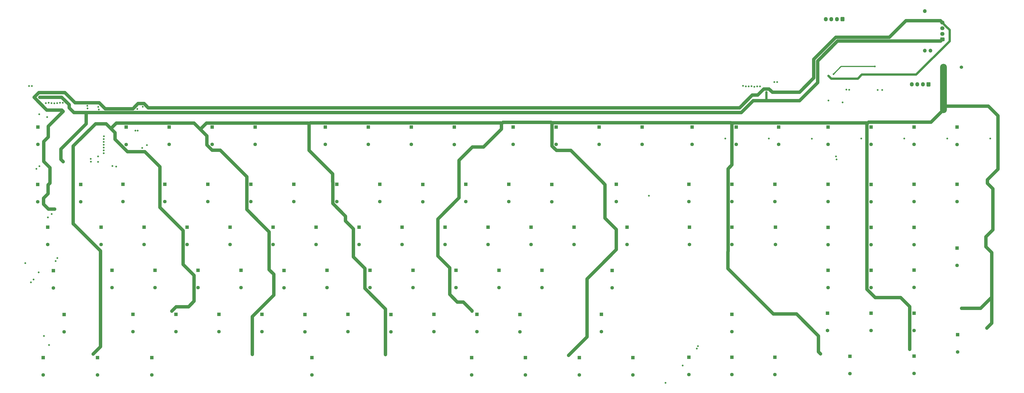
<source format=gbr>
%TF.GenerationSoftware,KiCad,Pcbnew,(5.1.9)-1*%
%TF.CreationDate,2021-03-30T13:42:28+10:00*%
%TF.ProjectId,RedPyKeeb,52656450-794b-4656-9562-2e6b69636164,rev?*%
%TF.SameCoordinates,Original*%
%TF.FileFunction,Copper,L2,Inr*%
%TF.FilePolarity,Positive*%
%FSLAX46Y46*%
G04 Gerber Fmt 4.6, Leading zero omitted, Abs format (unit mm)*
G04 Created by KiCad (PCBNEW (5.1.9)-1) date 2021-03-30 13:42:28*
%MOMM*%
%LPD*%
G01*
G04 APERTURE LIST*
%TA.AperFunction,ComponentPad*%
%ADD10O,1.700000X1.700000*%
%TD*%
%TA.AperFunction,ComponentPad*%
%ADD11C,1.600000*%
%TD*%
%TA.AperFunction,ComponentPad*%
%ADD12R,1.600000X1.600000*%
%TD*%
%TA.AperFunction,ComponentPad*%
%ADD13O,1.950000X1.700000*%
%TD*%
%TA.AperFunction,ComponentPad*%
%ADD14O,1.700000X1.950000*%
%TD*%
%TA.AperFunction,ViaPad*%
%ADD15C,0.800000*%
%TD*%
%TA.AperFunction,ViaPad*%
%ADD16C,1.524000*%
%TD*%
%TA.AperFunction,Conductor*%
%ADD17C,1.016000*%
%TD*%
%TA.AperFunction,Conductor*%
%ADD18C,1.524000*%
%TD*%
%TA.AperFunction,Conductor*%
%ADD19C,3.048000*%
%TD*%
%TA.AperFunction,Conductor*%
%ADD20C,0.508000*%
%TD*%
G04 APERTURE END LIST*
D10*
%TO.N,PICO_SDA0*%
%TO.C,U0*%
X481557000Y-65509500D03*
%TO.N,PICO_SCL0*%
X479017000Y-65509500D03*
%TO.N,MAIN_VBUS*%
X479018600Y-47729140D03*
%TD*%
D11*
%TO.N,Net-(D0\u002C3-Pad2)*%
%TO.C,D0\u002C3*%
X87833200Y-172225800D03*
D12*
%TO.N,KEY_ROW3*%
X87833200Y-164425800D03*
%TD*%
D11*
%TO.N,Net-(D0\u002C5-Pad2)*%
%TO.C,D0\u002C5*%
X83197700Y-211341800D03*
D12*
%TO.N,KEY_ROW5*%
X83197700Y-203541800D03*
%TD*%
D11*
%TO.N,Net-(D0\u002C4-Pad2)*%
%TO.C,D0\u002C4*%
X92595700Y-191974300D03*
D12*
%TO.N,KEY_ROW4*%
X92595700Y-184174300D03*
%TD*%
D11*
%TO.N,Net-(D0\u002C0-Pad2)*%
%TO.C,D0\u002C0*%
X80848200Y-107646300D03*
D12*
%TO.N,KEY_ROW0*%
X80848200Y-99846300D03*
%TD*%
D11*
%TO.N,Net-(D0\u002C2-Pad2)*%
%TO.C,D0\u002C2*%
X85293200Y-152667800D03*
D12*
%TO.N,KEY_ROW2*%
X85293200Y-144867800D03*
%TD*%
D11*
%TO.N,Net-(D0\u002C1-Pad2)*%
%TO.C,D0\u002C1*%
X80784700Y-133490800D03*
D12*
%TO.N,KEY_ROW1*%
X80784700Y-125690800D03*
%TD*%
D11*
%TO.N,Net-(D1\u002C3-Pad2)*%
%TO.C,D1\u002C3*%
X114122200Y-172098800D03*
D12*
%TO.N,KEY_ROW3*%
X114122200Y-164298800D03*
%TD*%
D11*
%TO.N,Net-(D1\u002C0-Pad2)*%
%TO.C,D1\u002C0*%
X120472200Y-107697100D03*
D12*
%TO.N,KEY_ROW0*%
X120472200Y-99897100D03*
%TD*%
D11*
%TO.N,Net-(D1\u002C4-Pad2)*%
%TO.C,D1\u002C4*%
X123520200Y-191910800D03*
D12*
%TO.N,KEY_ROW4*%
X123520200Y-184110800D03*
%TD*%
D11*
%TO.N,Net-(D1\u002C5-Pad2)*%
%TO.C,D1\u002C5*%
X107581700Y-211341800D03*
D12*
%TO.N,KEY_ROW5*%
X107581700Y-203541800D03*
%TD*%
D11*
%TO.N,Net-(D1\u002C1-Pad2)*%
%TO.C,D1\u002C1*%
X100088700Y-133490800D03*
D12*
%TO.N,KEY_ROW1*%
X100088700Y-125690800D03*
%TD*%
D11*
%TO.N,Net-(D1\u002C2-Pad2)*%
%TO.C,D1\u002C2*%
X109232700Y-152667800D03*
D12*
%TO.N,KEY_ROW2*%
X109232700Y-144867800D03*
%TD*%
D11*
%TO.N,Net-(D2\u002C4-Pad2)*%
%TO.C,D2\u002C4*%
X142824200Y-191910800D03*
D12*
%TO.N,KEY_ROW4*%
X142824200Y-184110800D03*
%TD*%
D11*
%TO.N,Net-(D2\u002C5-Pad2)*%
%TO.C,D2\u002C5*%
X131965700Y-211341800D03*
D12*
%TO.N,KEY_ROW5*%
X131965700Y-203541800D03*
%TD*%
D11*
%TO.N,Net-(D2\u002C0-Pad2)*%
%TO.C,D2\u002C0*%
X139776200Y-107646300D03*
D12*
%TO.N,KEY_ROW0*%
X139776200Y-99846300D03*
%TD*%
D11*
%TO.N,Net-(D2\u002C2-Pad2)*%
%TO.C,D2\u002C2*%
X128536700Y-152667800D03*
D12*
%TO.N,KEY_ROW2*%
X128536700Y-144867800D03*
%TD*%
D11*
%TO.N,Net-(D2\u002C1-Pad2)*%
%TO.C,D2\u002C1*%
X119011700Y-133427300D03*
D12*
%TO.N,KEY_ROW1*%
X119011700Y-125627300D03*
%TD*%
D11*
%TO.N,Net-(D2\u002C3-Pad2)*%
%TO.C,D2\u002C3*%
X133426200Y-172098800D03*
D12*
%TO.N,KEY_ROW3*%
X133426200Y-164298800D03*
%TD*%
D11*
%TO.N,Net-(D3\u002C0-Pad2)*%
%TO.C,D3\u002C0*%
X159080200Y-107646300D03*
D12*
%TO.N,KEY_ROW0*%
X159080200Y-99846300D03*
%TD*%
D11*
%TO.N,Net-(D3\u002C1-Pad2)*%
%TO.C,D3\u002C1*%
X137807700Y-133427300D03*
D12*
%TO.N,KEY_ROW1*%
X137807700Y-125627300D03*
%TD*%
D11*
%TO.N,Net-(D3\u002C4-Pad2)*%
%TO.C,D3\u002C4*%
X162128200Y-191910800D03*
D12*
%TO.N,KEY_ROW4*%
X162128200Y-184110800D03*
%TD*%
D11*
%TO.N,Net-(D3\u002C2-Pad2)*%
%TO.C,D3\u002C2*%
X147840700Y-152667800D03*
D12*
%TO.N,KEY_ROW2*%
X147840700Y-144867800D03*
%TD*%
D11*
%TO.N,Net-(D3\u002C5-Pad2)*%
%TO.C,D3\u002C5*%
X203847700Y-211341800D03*
D12*
%TO.N,KEY_ROW5*%
X203847700Y-203541800D03*
%TD*%
D11*
%TO.N,Net-(D3\u002C3-Pad2)*%
%TO.C,D3\u002C3*%
X152730200Y-172098800D03*
D12*
%TO.N,KEY_ROW3*%
X152730200Y-164298800D03*
%TD*%
D11*
%TO.N,Net-(D4\u002C4-Pad2)*%
%TO.C,D4\u002C4*%
X181432200Y-191910800D03*
D12*
%TO.N,KEY_ROW4*%
X181432200Y-184110800D03*
%TD*%
D11*
%TO.N,Net-(D4\u002C3-Pad2)*%
%TO.C,D4\u002C3*%
X172034200Y-172098800D03*
D12*
%TO.N,KEY_ROW3*%
X172034200Y-164298800D03*
%TD*%
D11*
%TO.N,Net-(D4\u002C1-Pad2)*%
%TO.C,D4\u002C1*%
X157111700Y-133427300D03*
D12*
%TO.N,KEY_ROW1*%
X157111700Y-125627300D03*
%TD*%
D11*
%TO.N,Net-(D4\u002C0-Pad2)*%
%TO.C,D4\u002C0*%
X178384200Y-107646300D03*
D12*
%TO.N,KEY_ROW0*%
X178384200Y-99846300D03*
%TD*%
%TO.N,KEY_ROW2*%
%TO.C,D4\u002C2*%
X167144700Y-144867800D03*
D11*
%TO.N,Net-(D4\u002C2-Pad2)*%
X167144700Y-152667800D03*
%TD*%
%TO.N,Net-(D5\u002C0-Pad2)*%
%TO.C,D5\u002C0*%
X209880200Y-107646300D03*
D12*
%TO.N,KEY_ROW0*%
X209880200Y-99846300D03*
%TD*%
%TO.N,KEY_ROW2*%
%TO.C,D5\u002C2*%
X186448700Y-144867800D03*
D11*
%TO.N,Net-(D5\u002C2-Pad2)*%
X186448700Y-152667800D03*
%TD*%
%TO.N,Net-(D5\u002C1-Pad2)*%
%TO.C,D5\u002C1*%
X176415700Y-133427300D03*
D12*
%TO.N,KEY_ROW1*%
X176415700Y-125627300D03*
%TD*%
D11*
%TO.N,Net-(D5\u002C3-Pad2)*%
%TO.C,D5\u002C3*%
X191338200Y-172149600D03*
D12*
%TO.N,KEY_ROW3*%
X191338200Y-164349600D03*
%TD*%
D11*
%TO.N,Net-(D5\u002C4-Pad2)*%
%TO.C,D5\u002C4*%
X200736200Y-191961600D03*
D12*
%TO.N,KEY_ROW4*%
X200736200Y-184161600D03*
%TD*%
D11*
%TO.N,Net-(D6\u002C0-Pad2)*%
%TO.C,D6\u002C0*%
X229184200Y-107646300D03*
D12*
%TO.N,KEY_ROW0*%
X229184200Y-99846300D03*
%TD*%
D11*
%TO.N,Net-(D6\u002C3-Pad2)*%
%TO.C,D6\u002C3*%
X210642200Y-172098800D03*
D12*
%TO.N,KEY_ROW3*%
X210642200Y-164298800D03*
%TD*%
D11*
%TO.N,Net-(D6\u002C4-Pad2)*%
%TO.C,D6\u002C4*%
X220040200Y-191910800D03*
D12*
%TO.N,KEY_ROW4*%
X220040200Y-184110800D03*
%TD*%
D11*
%TO.N,Net-(D6\u002C1-Pad2)*%
%TO.C,D6\u002C1*%
X195719700Y-133427300D03*
D12*
%TO.N,KEY_ROW1*%
X195719700Y-125627300D03*
%TD*%
%TO.N,KEY_ROW2*%
%TO.C,D6\u002C2*%
X205752700Y-144867800D03*
D11*
%TO.N,Net-(D6\u002C2-Pad2)*%
X205752700Y-152667800D03*
%TD*%
%TO.N,Net-(D7\u002C4-Pad2)*%
%TO.C,D7\u002C4*%
X239344200Y-191961600D03*
D12*
%TO.N,KEY_ROW4*%
X239344200Y-184161600D03*
%TD*%
%TO.N,KEY_ROW2*%
%TO.C,D7\u002C2*%
X225056700Y-144918600D03*
D11*
%TO.N,Net-(D7\u002C2-Pad2)*%
X225056700Y-152718600D03*
%TD*%
%TO.N,Net-(D7\u002C1-Pad2)*%
%TO.C,D7\u002C1*%
X215023700Y-133427300D03*
D12*
%TO.N,KEY_ROW1*%
X215023700Y-125627300D03*
%TD*%
D11*
%TO.N,Net-(D7\u002C0-Pad2)*%
%TO.C,D7\u002C0*%
X248488200Y-107646300D03*
D12*
%TO.N,KEY_ROW0*%
X248488200Y-99846300D03*
%TD*%
D11*
%TO.N,Net-(D7\u002C3-Pad2)*%
%TO.C,D7\u002C3*%
X229946200Y-172098800D03*
D12*
%TO.N,KEY_ROW3*%
X229946200Y-164298800D03*
%TD*%
D11*
%TO.N,Net-(D8\u002C0-Pad2)*%
%TO.C,D8\u002C0*%
X267792200Y-107697100D03*
D12*
%TO.N,KEY_ROW0*%
X267792200Y-99897100D03*
%TD*%
D11*
%TO.N,Net-(D8\u002C3-Pad2)*%
%TO.C,D8\u002C3*%
X249250200Y-172098800D03*
D12*
%TO.N,KEY_ROW3*%
X249250200Y-164298800D03*
%TD*%
D11*
%TO.N,Net-(D8\u002C1-Pad2)*%
%TO.C,D8\u002C1*%
X234327700Y-133427300D03*
D12*
%TO.N,KEY_ROW1*%
X234327700Y-125627300D03*
%TD*%
%TO.N,KEY_ROW2*%
%TO.C,D8\u002C2*%
X244360700Y-144867800D03*
D11*
%TO.N,Net-(D8\u002C2-Pad2)*%
X244360700Y-152667800D03*
%TD*%
%TO.N,Net-(D8\u002C5-Pad2)*%
%TO.C,D8\u002C5*%
X275602700Y-211405300D03*
D12*
%TO.N,KEY_ROW5*%
X275602700Y-203605300D03*
%TD*%
D11*
%TO.N,Net-(D8\u002C4-Pad2)*%
%TO.C,D8\u002C4*%
X258648200Y-191910800D03*
D12*
%TO.N,KEY_ROW4*%
X258648200Y-184110800D03*
%TD*%
%TO.N,KEY_ROW2*%
%TO.C,D9\u002C2*%
X263664700Y-144867800D03*
D11*
%TO.N,Net-(D9\u002C2-Pad2)*%
X263664700Y-152667800D03*
%TD*%
%TO.N,Net-(D9\u002C1-Pad2)*%
%TO.C,D9\u002C1*%
X253631700Y-133478100D03*
D12*
%TO.N,KEY_ROW1*%
X253631700Y-125678100D03*
%TD*%
D11*
%TO.N,Net-(D9\u002C3-Pad2)*%
%TO.C,D9\u002C3*%
X268554200Y-172098800D03*
D12*
%TO.N,KEY_ROW3*%
X268554200Y-164298800D03*
%TD*%
D11*
%TO.N,Net-(D9\u002C4-Pad2)*%
%TO.C,D9\u002C4*%
X277952200Y-191910800D03*
D12*
%TO.N,KEY_ROW4*%
X277952200Y-184110800D03*
%TD*%
D11*
%TO.N,Net-(D9\u002C5-Pad2)*%
%TO.C,D9\u002C5*%
X299732700Y-211341800D03*
D12*
%TO.N,KEY_ROW5*%
X299732700Y-203541800D03*
%TD*%
D11*
%TO.N,Net-(D9\u002C0-Pad2)*%
%TO.C,D9\u002C0*%
X294208200Y-107646300D03*
D12*
%TO.N,KEY_ROW0*%
X294208200Y-99846300D03*
%TD*%
D11*
%TO.N,Net-(D10\u002C4-Pad2)*%
%TO.C,D10\u002C4*%
X297256200Y-191961600D03*
D12*
%TO.N,KEY_ROW4*%
X297256200Y-184161600D03*
%TD*%
D11*
%TO.N,Net-(D10\u002C5-Pad2)*%
%TO.C,D10\u002C5*%
X323926200Y-211341800D03*
D12*
%TO.N,KEY_ROW5*%
X323926200Y-203541800D03*
%TD*%
D11*
%TO.N,Net-(D10\u002C1-Pad2)*%
%TO.C,D10\u002C1*%
X272935700Y-133427300D03*
D12*
%TO.N,KEY_ROW1*%
X272935700Y-125627300D03*
%TD*%
D11*
%TO.N,Net-(D10\u002C0-Pad2)*%
%TO.C,D10\u002C0*%
X313512200Y-107646300D03*
D12*
%TO.N,KEY_ROW0*%
X313512200Y-99846300D03*
%TD*%
%TO.N,KEY_ROW2*%
%TO.C,D10\u002C2*%
X282968700Y-144918600D03*
D11*
%TO.N,Net-(D10\u002C2-Pad2)*%
X282968700Y-152718600D03*
%TD*%
%TO.N,Net-(D10\u002C3-Pad2)*%
%TO.C,D10\u002C3*%
X287858200Y-172098800D03*
D12*
%TO.N,KEY_ROW3*%
X287858200Y-164298800D03*
%TD*%
D11*
%TO.N,Net-(D11\u002C0-Pad2)*%
%TO.C,D11\u002C0*%
X332816200Y-107646300D03*
D12*
%TO.N,KEY_ROW0*%
X332816200Y-99846300D03*
%TD*%
D11*
%TO.N,Net-(D11\u002C1-Pad2)*%
%TO.C,D11\u002C1*%
X292239700Y-133427300D03*
D12*
%TO.N,KEY_ROW1*%
X292239700Y-125627300D03*
%TD*%
D11*
%TO.N,Net-(D11\u002C3-Pad2)*%
%TO.C,D11\u002C3*%
X307162200Y-172098800D03*
D12*
%TO.N,KEY_ROW3*%
X307162200Y-164298800D03*
%TD*%
%TO.N,KEY_ROW2*%
%TO.C,D11\u002C2*%
X302272700Y-144867800D03*
D11*
%TO.N,Net-(D11\u002C2-Pad2)*%
X302272700Y-152667800D03*
%TD*%
%TO.N,Net-(D11\u002C4-Pad2)*%
%TO.C,D11\u002C4*%
X333832200Y-191910800D03*
D12*
%TO.N,KEY_ROW4*%
X333832200Y-184110800D03*
%TD*%
D11*
%TO.N,Net-(D11\u002C5-Pad2)*%
%TO.C,D11\u002C5*%
X347992700Y-211341800D03*
D12*
%TO.N,KEY_ROW5*%
X347992700Y-203541800D03*
%TD*%
D11*
%TO.N,Net-(D12\u002C3-Pad2)*%
%TO.C,D12\u002C3*%
X338658200Y-172162300D03*
D12*
%TO.N,KEY_ROW3*%
X338658200Y-164362300D03*
%TD*%
%TO.N,KEY_ROW2*%
%TO.C,D12\u002C2*%
X321576700Y-144867800D03*
D11*
%TO.N,Net-(D12\u002C2-Pad2)*%
X321576700Y-152667800D03*
%TD*%
%TO.N,Net-(D12\u002C1-Pad2)*%
%TO.C,D12\u002C1*%
X311543700Y-133478100D03*
D12*
%TO.N,KEY_ROW1*%
X311543700Y-125678100D03*
%TD*%
D11*
%TO.N,Net-(D12\u002C0-Pad2)*%
%TO.C,D12\u002C0*%
X352120200Y-107646300D03*
D12*
%TO.N,KEY_ROW0*%
X352120200Y-99846300D03*
%TD*%
D11*
%TO.N,Net-(D13\u002C2-Pad2)*%
%TO.C,D13\u002C2*%
X345389200Y-152731300D03*
D12*
%TO.N,KEY_ROW2*%
X345389200Y-144931300D03*
%TD*%
D11*
%TO.N,Net-(D13\u002C1-Pad2)*%
%TO.C,D13\u002C1*%
X340499700Y-133427300D03*
D12*
%TO.N,KEY_ROW1*%
X340499700Y-125627300D03*
%TD*%
D11*
%TO.N,Net-(D14\u002C1-Pad2)*%
%TO.C,D14\u002C1*%
X373164100Y-133427300D03*
D12*
%TO.N,KEY_ROW1*%
X373164100Y-125627300D03*
%TD*%
D11*
%TO.N,Net-(D14\u002C3-Pad2)*%
%TO.C,D14\u002C3*%
X373418100Y-152667800D03*
D12*
%TO.N,KEY_ROW3*%
X373418100Y-144867800D03*
%TD*%
D11*
%TO.N,Net-(D14\u002C0-Pad2)*%
%TO.C,D14\u002C0*%
X374561100Y-107646300D03*
D12*
%TO.N,KEY_ROW0*%
X374561100Y-99846300D03*
%TD*%
D11*
%TO.N,Net-(D14\u002C6-Pad2)*%
%TO.C,D14\u002C6*%
X373100600Y-211214800D03*
D12*
%TO.N,KEY_ROW6*%
X373100600Y-203414800D03*
%TD*%
D11*
%TO.N,Net-(D15\u002C0-Pad2)*%
%TO.C,D15\u002C0*%
X394373100Y-107646300D03*
D12*
%TO.N,KEY_ROW0*%
X394373100Y-99846300D03*
%TD*%
D11*
%TO.N,Net-(D15\u002C1-Pad2)*%
%TO.C,D15\u002C1*%
X392468100Y-133427300D03*
D12*
%TO.N,KEY_ROW1*%
X392468100Y-125627300D03*
%TD*%
D11*
%TO.N,Net-(D15\u002C3-Pad2)*%
%TO.C,D15\u002C3*%
X392468100Y-152667800D03*
D12*
%TO.N,KEY_ROW3*%
X392468100Y-144867800D03*
%TD*%
D11*
%TO.N,Net-(D15\u002C5-Pad2)*%
%TO.C,D15\u002C5*%
X392404600Y-191910800D03*
D12*
%TO.N,KEY_ROW5*%
X392404600Y-184110800D03*
%TD*%
D11*
%TO.N,Net-(D15\u002C6-Pad2)*%
%TO.C,D15\u002C6*%
X392404600Y-211214800D03*
D12*
%TO.N,KEY_ROW6*%
X392404600Y-203414800D03*
%TD*%
D11*
%TO.N,Net-(D16\u002C6-Pad2)*%
%TO.C,D16\u002C6*%
X411708600Y-211214800D03*
D12*
%TO.N,KEY_ROW6*%
X411708600Y-203414800D03*
%TD*%
D11*
%TO.N,Net-(D16\u002C0-Pad2)*%
%TO.C,D16\u002C0*%
X413423100Y-107646300D03*
D12*
%TO.N,KEY_ROW0*%
X413423100Y-99846300D03*
%TD*%
D11*
%TO.N,Net-(D16\u002C1-Pad2)*%
%TO.C,D16\u002C1*%
X411772100Y-133427300D03*
D12*
%TO.N,KEY_ROW1*%
X411772100Y-125627300D03*
%TD*%
D11*
%TO.N,Net-(D16\u002C5-Pad2)*%
%TO.C,D16\u002C5*%
X435394100Y-191402800D03*
D12*
%TO.N,KEY_ROW5*%
X435394100Y-183602800D03*
%TD*%
D11*
%TO.N,Net-(D16\u002C3-Pad2)*%
%TO.C,D16\u002C3*%
X412026100Y-152667800D03*
D12*
%TO.N,KEY_ROW3*%
X412026100Y-144867800D03*
%TD*%
D11*
%TO.N,Net-(D16\u002C4-Pad2)*%
%TO.C,D16\u002C4*%
X435648100Y-172098800D03*
D12*
%TO.N,KEY_ROW4*%
X435648100Y-164298800D03*
%TD*%
D11*
%TO.N,Net-(D17\u002C3-Pad2)*%
%TO.C,D17\u002C3*%
X435648100Y-152794800D03*
D12*
%TO.N,KEY_ROW3*%
X435648100Y-144994800D03*
%TD*%
D11*
%TO.N,Net-(D17\u002C1-Pad2)*%
%TO.C,D17\u002C1*%
X435648100Y-133427300D03*
D12*
%TO.N,KEY_ROW1*%
X435648100Y-125627300D03*
%TD*%
D11*
%TO.N,Net-(D17\u002C6-Pad2)*%
%TO.C,D17\u002C6*%
X445427100Y-210757600D03*
D12*
%TO.N,KEY_ROW6*%
X445427100Y-202957600D03*
%TD*%
D11*
%TO.N,Net-(D17\u002C4-Pad2)*%
%TO.C,D17\u002C4*%
X454952100Y-172098800D03*
D12*
%TO.N,KEY_ROW4*%
X454952100Y-164298800D03*
%TD*%
D11*
%TO.N,Net-(D17\u002C0-Pad2)*%
%TO.C,D17\u002C0*%
X435584600Y-107646300D03*
D12*
%TO.N,KEY_ROW0*%
X435584600Y-99846300D03*
%TD*%
D11*
%TO.N,Net-(D17\u002C5-Pad2)*%
%TO.C,D17\u002C5*%
X454952100Y-191402800D03*
D12*
%TO.N,KEY_ROW5*%
X454952100Y-183602800D03*
%TD*%
D11*
%TO.N,Net-(D18\u002C1-Pad2)*%
%TO.C,D18\u002C1*%
X454952100Y-133478100D03*
D12*
%TO.N,KEY_ROW1*%
X454952100Y-125678100D03*
%TD*%
D11*
%TO.N,Net-(D18\u002C6-Pad2)*%
%TO.C,D18\u002C6*%
X474256100Y-210706800D03*
D12*
%TO.N,KEY_ROW6*%
X474256100Y-202906800D03*
%TD*%
D11*
%TO.N,Net-(D18\u002C3-Pad2)*%
%TO.C,D18\u002C3*%
X454952100Y-152794800D03*
D12*
%TO.N,KEY_ROW3*%
X454952100Y-144994800D03*
%TD*%
D11*
%TO.N,Net-(D18\u002C0-Pad2)*%
%TO.C,D18\u002C0*%
X454888600Y-107646300D03*
D12*
%TO.N,KEY_ROW0*%
X454888600Y-99846300D03*
%TD*%
D11*
%TO.N,Net-(D18\u002C5-Pad2)*%
%TO.C,D18\u002C5*%
X474256100Y-191402800D03*
D12*
%TO.N,KEY_ROW5*%
X474256100Y-183602800D03*
%TD*%
D11*
%TO.N,Net-(D18\u002C4-Pad2)*%
%TO.C,D18\u002C4*%
X474256100Y-172035300D03*
D12*
%TO.N,KEY_ROW4*%
X474256100Y-164235300D03*
%TD*%
D11*
%TO.N,Net-(D19\u002C4-Pad2)*%
%TO.C,D19\u002C4*%
X493560100Y-162116600D03*
D12*
%TO.N,KEY_ROW4*%
X493560100Y-154316600D03*
%TD*%
D11*
%TO.N,Net-(D19\u002C0-Pad2)*%
%TO.C,D19\u002C0*%
X474192600Y-107646300D03*
D12*
%TO.N,KEY_ROW0*%
X474192600Y-99846300D03*
%TD*%
D11*
%TO.N,Net-(D19\u002C3-Pad2)*%
%TO.C,D19\u002C3*%
X474256100Y-152794800D03*
D12*
%TO.N,KEY_ROW3*%
X474256100Y-144994800D03*
%TD*%
D11*
%TO.N,Net-(D19\u002C1-Pad2)*%
%TO.C,D19\u002C1*%
X474256100Y-133427300D03*
D12*
%TO.N,KEY_ROW1*%
X474256100Y-125627300D03*
%TD*%
D11*
%TO.N,Net-(D19\u002C6-Pad2)*%
%TO.C,D19\u002C6*%
X493814100Y-201054800D03*
D12*
%TO.N,KEY_ROW6*%
X493814100Y-193254800D03*
%TD*%
D11*
%TO.N,Net-(D20\u002C1-Pad2)*%
%TO.C,D20\u002C1*%
X493560100Y-133427300D03*
D12*
%TO.N,KEY_ROW1*%
X493560100Y-125627300D03*
%TD*%
D11*
%TO.N,Net-(D20\u002C0-Pad2)*%
%TO.C,D20\u002C0*%
X493496600Y-107697100D03*
D12*
%TO.N,KEY_ROW0*%
X493496600Y-99897100D03*
%TD*%
D13*
%TO.N,GNDPWR*%
%TO.C,J0*%
X486918000Y-52912000D03*
%TO.N,USB_DN*%
X486918000Y-55412000D03*
%TO.N,USB_DP*%
X486918000Y-57912000D03*
%TO.N,MAIN_VBUS*%
%TA.AperFunction,ComponentPad*%
G36*
G01*
X487643000Y-61262000D02*
X486193000Y-61262000D01*
G75*
G02*
X485943000Y-61012000I0J250000D01*
G01*
X485943000Y-59812000D01*
G75*
G02*
X486193000Y-59562000I250000J0D01*
G01*
X487643000Y-59562000D01*
G75*
G02*
X487893000Y-59812000I0J-250000D01*
G01*
X487893000Y-61012000D01*
G75*
G02*
X487643000Y-61262000I-250000J0D01*
G01*
G37*
%TD.AperFunction*%
%TD*%
D14*
%TO.N,Net-(J1-Pad4)*%
%TO.C,J1*%
X473195000Y-80645000D03*
%TO.N,Net-(J1-Pad3)*%
X475695000Y-80645000D03*
%TO.N,PICO_SCL0*%
X478195000Y-80645000D03*
%TO.N,PICO_SDA0*%
%TA.AperFunction,ComponentPad*%
G36*
G01*
X481545000Y-79920000D02*
X481545000Y-81370000D01*
G75*
G02*
X481295000Y-81620000I-250000J0D01*
G01*
X480095000Y-81620000D01*
G75*
G02*
X479845000Y-81370000I0J250000D01*
G01*
X479845000Y-79920000D01*
G75*
G02*
X480095000Y-79670000I250000J0D01*
G01*
X481295000Y-79670000D01*
G75*
G02*
X481545000Y-79920000I0J-250000D01*
G01*
G37*
%TD.AperFunction*%
%TD*%
%TO.N,Net-(J2-Pad1)*%
%TO.C,J2*%
%TA.AperFunction,ComponentPad*%
G36*
G01*
X442937000Y-50583000D02*
X442937000Y-52033000D01*
G75*
G02*
X442687000Y-52283000I-250000J0D01*
G01*
X441487000Y-52283000D01*
G75*
G02*
X441237000Y-52033000I0J250000D01*
G01*
X441237000Y-50583000D01*
G75*
G02*
X441487000Y-50333000I250000J0D01*
G01*
X442687000Y-50333000D01*
G75*
G02*
X442937000Y-50583000I0J-250000D01*
G01*
G37*
%TD.AperFunction*%
%TO.N,Net-(J2-Pad2)*%
X439587000Y-51308000D03*
%TO.N,Net-(J2-Pad3)*%
X437087000Y-51308000D03*
%TO.N,Net-(J2-Pad4)*%
X434587000Y-51308000D03*
%TD*%
D15*
%TO.N,GNDPWR*%
X79121000Y-86487000D03*
%TO.N,MAIN_VBUS*%
X81661000Y-86487000D03*
%TO.N,I2C_SCL0*%
X78105000Y-81407000D03*
%TO.N,GNDPWR*%
X410591000Y-84201000D03*
%TO.N,MAIN_VBUS*%
X407924000Y-84201000D03*
%TO.N,KEY_ROW6*%
X110363000Y-111633000D03*
X370332000Y-207137000D03*
X362585000Y-214884000D03*
%TO.N,I2C_SDA0*%
X457898500Y-83201500D03*
X412750000Y-79629000D03*
X76835000Y-81407000D03*
X129794000Y-107950000D03*
X115951000Y-117602000D03*
%TO.N,I2C_SCL0*%
X114300000Y-117348000D03*
X411480000Y-79629000D03*
X127635000Y-109220000D03*
X459867000Y-83201500D03*
%TO.N,GNDPWR*%
X435737000Y-76835000D03*
X450785000Y-76265000D03*
D16*
X495426500Y-72961500D03*
D15*
X107886500Y-115506500D03*
X92215201Y-92823799D03*
X86233000Y-118110000D03*
X88392000Y-136779000D03*
%TO.N,KEY_COL13*%
X355204700Y-130797300D03*
%TO.N,KEY_COL19*%
X489088100Y-105067100D03*
X403796500Y-81597500D03*
%TO.N,KEY_COL18*%
X469784100Y-105067100D03*
X402526500Y-81724500D03*
%TO.N,KEY_COL17*%
X450480100Y-105067100D03*
X401256500Y-81470500D03*
%TO.N,KEY_COL16*%
X428318600Y-105081400D03*
X399986500Y-81597500D03*
%TO.N,KEY_COL15*%
X409014600Y-105067100D03*
X398716500Y-81597500D03*
%TO.N,KEY_COL14*%
X389456600Y-105067100D03*
X397446500Y-81343500D03*
%TO.N,LED_SCL_ROW1*%
X86931500Y-89090500D03*
X80137000Y-118618000D03*
%TO.N,LED_SDA_ROW1*%
X85661500Y-88963500D03*
X81534000Y-117475000D03*
%TO.N,LED_SDA_ROW5*%
X77724000Y-169672000D03*
X85852000Y-197866000D03*
%TO.N,LED_SCL_ROW5*%
X78867000Y-168402000D03*
X83566000Y-193802000D03*
%TO.N,LED_SCL_ROW3*%
X92011500Y-88963500D03*
X88773000Y-160147000D03*
%TO.N,LED_SDA_ROW3*%
X90741500Y-88963500D03*
X89535000Y-158750000D03*
%TO.N,LED_SDA_ROW4*%
X81153000Y-165227000D03*
X75184000Y-161036000D03*
%TO.N,LED_SCL_ROW2*%
X89471500Y-89090500D03*
X85344000Y-140462000D03*
%TO.N,LED_SDA_ROW2*%
X88201500Y-89217500D03*
X86995000Y-138938000D03*
%TO.N,LED_SCL_ROW0*%
X84391500Y-89090500D03*
X84963000Y-95377000D03*
%TO.N,LED_SDA_ROW6*%
X377190000Y-198374000D03*
X107950000Y-90805000D03*
%TO.N,LED_SCL_ROW6*%
X376682000Y-199517000D03*
X108204000Y-91948000D03*
%TO.N,MAIN_VBUS*%
X109461300Y-98386900D03*
X151460681Y-98602319D03*
X202603100Y-98513900D03*
X288975800Y-98399600D03*
X96723200Y-124714000D03*
X174653699Y-124304301D03*
X213207600Y-124561600D03*
X334137000Y-124434600D03*
X507136400Y-123596400D03*
X506476000Y-152806400D03*
X506882400Y-190246000D03*
X97161831Y-143782569D03*
X181051200Y-143357600D03*
X220292649Y-143486151D03*
X338150200Y-143535400D03*
X508101600Y-147574000D03*
X108966000Y-162814000D03*
X184686699Y-162531301D03*
X227076000Y-162814000D03*
X332638400Y-162915600D03*
X108966000Y-183235600D03*
X179327699Y-182883699D03*
X236931200Y-182880000D03*
X327406000Y-182981600D03*
X319074800Y-202590400D03*
X236931200Y-202234800D03*
X177088800Y-202133200D03*
X105638600Y-201955400D03*
X495554000Y-181356000D03*
X265734800Y-163220400D03*
X275742400Y-182626000D03*
X260400800Y-143408400D03*
X140970000Y-182633398D03*
X147351750Y-162972750D03*
X143108399Y-143467101D03*
X135636000Y-124206000D03*
X311658000Y-98171000D03*
X392442700Y-98348800D03*
X390706099Y-124151901D03*
X390706099Y-143392401D03*
X409924250Y-182848250D03*
X432149250Y-201834750D03*
X472249500Y-199834500D03*
X472249500Y-182308500D03*
X453072500Y-162941000D03*
X453072500Y-143446500D03*
X453072500Y-124206000D03*
X453072500Y-117284500D03*
X453072500Y-98425000D03*
X511873500Y-98996500D03*
X421462700Y-183959500D03*
D16*
X487426500Y-72961500D03*
D15*
X430911000Y-79756000D03*
X107823000Y-113030000D03*
X92202000Y-115443000D03*
%TO.N,IO_INT0*%
X445084200Y-83134200D03*
X104648000Y-115443000D03*
X124587000Y-101473000D03*
X125476000Y-91694000D03*
%TO.N,IO_INT1*%
X104521000Y-114173000D03*
X443814200Y-83007200D03*
X125603000Y-101473000D03*
X127889000Y-90678000D03*
%TO.N,IO_INT3*%
X442087000Y-88773000D03*
X435737000Y-87884000D03*
%TO.N,KEY_ROW5*%
X110363000Y-110363000D03*
%TO.N,KEY_ROW4*%
X110363000Y-109093000D03*
%TO.N,KEY_ROW3*%
X110363000Y-107823000D03*
%TO.N,KEY_ROW2*%
X110363000Y-106553000D03*
%TO.N,KEY_ROW1*%
X110363000Y-105283000D03*
%TO.N,KEY_ROW0*%
X110490000Y-104013000D03*
%TO.N,LED_SCL_ROW7*%
X439420000Y-114427000D03*
X103124000Y-91440000D03*
%TO.N,LED_SDA_ROW7*%
X439166000Y-113030000D03*
X102997000Y-90297000D03*
%TO.N,PICO_33_REF*%
X456565000Y-72627500D03*
X438086500Y-76031000D03*
X81407000Y-94107000D03*
%TO.N,KEY_COL20*%
X508392100Y-105067100D03*
X405066500Y-81597500D03*
%TD*%
D17*
%TO.N,GNDPWR*%
X435737000Y-76835000D02*
X437007000Y-78105000D01*
X437007000Y-78105000D02*
X448945000Y-78105000D01*
X448945000Y-78105000D02*
X450785000Y-76265000D01*
X450785000Y-76265000D02*
X475169000Y-76265000D01*
X475169000Y-76265000D02*
X490220000Y-61214000D01*
X490220000Y-61214000D02*
X490220000Y-56214000D01*
X490220000Y-56214000D02*
X488275000Y-54269000D01*
X488275000Y-54269000D02*
X486918000Y-52912000D01*
D18*
X422783000Y-84201000D02*
X410591000Y-84201000D01*
X429186990Y-69389892D02*
X429186990Y-77797010D01*
X429186990Y-77797010D02*
X422783000Y-84201000D01*
X439094390Y-59482492D02*
X429186990Y-69389892D01*
X463122509Y-59482491D02*
X439094390Y-59482492D01*
X470572501Y-52032499D02*
X463122509Y-59482491D01*
X486038499Y-52032499D02*
X470572501Y-52032499D01*
X486918000Y-52912000D02*
X486038499Y-52032499D01*
X410591000Y-84201000D02*
X409120990Y-82730990D01*
X81280000Y-84328000D02*
X79121000Y-86487000D01*
X409120990Y-82730990D02*
X406727010Y-82730990D01*
X406727010Y-82730990D02*
X403987000Y-85471000D01*
X125838239Y-89315999D02*
X123533248Y-91620990D01*
X92964000Y-84328000D02*
X81280000Y-84328000D01*
X403987000Y-85471000D02*
X401574000Y-85471000D01*
X401574000Y-85471000D02*
X395859000Y-91186000D01*
X395859000Y-91186000D02*
X130412762Y-91186000D01*
X123533248Y-91620990D02*
X111051990Y-91620990D01*
X111051990Y-91620990D02*
X108365999Y-88934999D01*
X128542761Y-89315999D02*
X125838239Y-89315999D01*
X130412762Y-91186000D02*
X128542761Y-89315999D01*
X108365999Y-88934999D02*
X97570999Y-88934999D01*
X97570999Y-88934999D02*
X92964000Y-84328000D01*
X91593402Y-92202000D02*
X92215201Y-92823799D01*
X84836000Y-92202000D02*
X91593402Y-92202000D01*
X79121000Y-86487000D02*
X84836000Y-92202000D01*
X83466199Y-106374539D02*
X83466199Y-115343199D01*
X85506199Y-104334539D02*
X83466199Y-106374539D01*
X85506199Y-99532801D02*
X85506199Y-104334539D01*
X92215201Y-92823799D02*
X85506199Y-99532801D01*
X83466199Y-115343199D02*
X86233000Y-118110000D01*
X86233000Y-118110000D02*
X86233000Y-125095000D01*
X83402699Y-134582561D02*
X85599138Y-136779000D01*
X85442699Y-129822301D02*
X83402699Y-131862301D01*
X85442699Y-125885301D02*
X85442699Y-129822301D01*
X83402699Y-131862301D02*
X83402699Y-134582561D01*
X86233000Y-125095000D02*
X85442699Y-125885301D01*
X85599138Y-136779000D02*
X88392000Y-136779000D01*
%TO.N,MAIN_VBUS*%
X265734800Y-163220400D02*
X265734800Y-175107600D01*
X260400800Y-143408400D02*
X260400800Y-157886400D01*
X260400800Y-157886400D02*
X265734800Y-163220400D01*
X269189200Y-178562000D02*
X271830800Y-178562000D01*
X271830800Y-178562000D02*
X275742400Y-182473600D01*
X265734800Y-175107600D02*
X269189200Y-178562000D01*
X275742400Y-182473600D02*
X275742400Y-182626000D01*
X509066800Y-172415200D02*
X509066800Y-176428400D01*
X504139200Y-181356000D02*
X495554000Y-181356000D01*
X509066800Y-176428400D02*
X504139200Y-181356000D01*
X509066800Y-172415200D02*
X509066800Y-188061600D01*
X509066800Y-156311600D02*
X509066800Y-172415200D01*
X177088800Y-185122598D02*
X177088800Y-202133200D01*
X108966000Y-183235600D02*
X108966000Y-198628000D01*
X338150200Y-143535400D02*
X340563200Y-145948400D01*
X506476000Y-153720800D02*
X509066800Y-156311600D01*
X186761701Y-166097839D02*
X186761701Y-175449697D01*
X186761701Y-175449697D02*
X179327699Y-182883699D01*
X108966000Y-155586738D02*
X108966000Y-162814000D01*
X184686699Y-164022837D02*
X186761701Y-166097839D01*
X506476000Y-149199600D02*
X506476000Y-152806400D01*
X181051200Y-143357600D02*
X184686699Y-146993099D01*
X97161831Y-143782569D02*
X108966000Y-155586738D01*
X108966000Y-198628000D02*
X105638600Y-201955400D01*
X96723200Y-143343938D02*
X97161831Y-143782569D01*
X332638400Y-162915600D02*
X327406000Y-168148000D01*
X184686699Y-162531301D02*
X184686699Y-164022837D01*
X509574800Y-127609600D02*
X509574800Y-146100800D01*
X174653699Y-124304301D02*
X174653699Y-136960099D01*
X509574800Y-146100800D02*
X508101600Y-147574000D01*
X108966000Y-162814000D02*
X108966000Y-183235600D01*
X213207600Y-124561600D02*
X213261699Y-124615699D01*
X327406000Y-182981600D02*
X327406000Y-194259200D01*
X236931200Y-182880000D02*
X236931200Y-202234800D01*
X179327699Y-182883699D02*
X177088800Y-185122598D01*
X506476000Y-152806400D02*
X506476000Y-153720800D01*
X334137000Y-124434600D02*
X335432400Y-125730000D01*
X174653699Y-136960099D02*
X181051200Y-143357600D01*
X96723200Y-124714000D02*
X96723200Y-143343938D01*
X227076000Y-162814000D02*
X227685600Y-163423600D01*
X220292649Y-143486151D02*
X222504000Y-145697502D01*
X509066800Y-188061600D02*
X506882400Y-190246000D01*
X507136400Y-125171200D02*
X509574800Y-127609600D01*
X184686699Y-146993099D02*
X184686699Y-162531301D01*
X507136400Y-123596400D02*
X507136400Y-125171200D01*
X508101600Y-147574000D02*
X506476000Y-149199600D01*
X222504000Y-158242000D02*
X227076000Y-162814000D01*
X213261699Y-124615699D02*
X213261699Y-134273061D01*
X340563200Y-154990800D02*
X332638400Y-162915600D01*
X340563200Y-145948400D02*
X340563200Y-154990800D01*
X327406000Y-194259200D02*
X319074800Y-202590400D01*
X327406000Y-168148000D02*
X327406000Y-182981600D01*
X236931200Y-181691562D02*
X236931200Y-182880000D01*
X227685600Y-163423600D02*
X227685600Y-172445962D01*
X227685600Y-172445962D02*
X236931200Y-181691562D01*
X218942638Y-139954000D02*
X218942638Y-142136140D01*
X335432400Y-140817600D02*
X338150200Y-143535400D01*
X335432400Y-125730000D02*
X335432400Y-140817600D01*
X222504000Y-145697502D02*
X222504000Y-158242000D01*
X218942638Y-142136140D02*
X220292649Y-143486151D01*
X213261699Y-134273061D02*
X218942638Y-139954000D01*
X507542800Y-90474800D02*
X511873500Y-94805500D01*
X511873500Y-118859300D02*
X507136400Y-123596400D01*
X511873500Y-94805500D02*
X511873500Y-98996500D01*
X213207600Y-124561600D02*
X213207600Y-120942100D01*
X202603100Y-110337600D02*
X202603100Y-98513900D01*
X213207600Y-120942100D02*
X202603100Y-110337600D01*
X109461300Y-98386900D02*
X106781600Y-98386900D01*
X96723200Y-108445300D02*
X96723200Y-124714000D01*
X106781600Y-98386900D02*
X96723200Y-108445300D01*
X174653699Y-124304301D02*
X174653699Y-122202699D01*
X174653699Y-122202699D02*
X162687000Y-110236000D01*
X159062138Y-110236000D02*
X156718000Y-107891862D01*
X162687000Y-110236000D02*
X159062138Y-110236000D01*
X156718000Y-107891862D02*
X156718000Y-103859638D01*
X260400800Y-143408400D02*
X260400800Y-141236700D01*
X260400800Y-141236700D02*
X269938500Y-131699000D01*
X269938500Y-131699000D02*
X269938500Y-114808000D01*
X269938500Y-114808000D02*
X275907500Y-108839000D01*
X275907500Y-108839000D02*
X280931562Y-108839000D01*
X288975800Y-100794762D02*
X288975800Y-98399600D01*
X280931562Y-108839000D02*
X288975800Y-100794762D01*
X334137000Y-124434600D02*
X320103500Y-110401100D01*
X313659238Y-110401100D02*
X311658000Y-108399862D01*
X320103500Y-110401100D02*
X313659238Y-110401100D01*
X311658000Y-108399862D02*
X311658000Y-98171000D01*
X390706099Y-118627401D02*
X390706099Y-124151901D01*
X392442700Y-116890800D02*
X390706099Y-118627401D01*
X390642599Y-155883099D02*
X390642599Y-163566599D01*
X390706099Y-155819599D02*
X390642599Y-155883099D01*
X411035500Y-183959500D02*
X421462700Y-183959500D01*
X390642599Y-163566599D02*
X409924250Y-182848250D01*
X421462700Y-183959500D02*
X431305200Y-193802000D01*
X431305200Y-193802000D02*
X431305200Y-200990700D01*
X431305200Y-200990700D02*
X432149250Y-201834750D01*
X453072500Y-172826962D02*
X456775538Y-176530000D01*
X468185500Y-176530000D02*
X472249500Y-180594000D01*
X456775538Y-176530000D02*
X468185500Y-176530000D01*
X472249500Y-180594000D02*
X472249500Y-182308500D01*
X109461300Y-98386900D02*
X111467900Y-98386900D01*
X115506500Y-105339162D02*
X121101838Y-110934500D01*
X115506500Y-102425500D02*
X115506500Y-105339162D01*
X121101838Y-110934500D02*
X128841500Y-110934500D01*
X128841500Y-110934500D02*
X135636000Y-117729000D01*
X135636000Y-117729000D02*
X135636000Y-124206000D01*
X135636000Y-135994702D02*
X143108399Y-143467101D01*
X135636000Y-124206000D02*
X135636000Y-135994702D01*
X146050000Y-146408702D02*
X146050000Y-161671000D01*
X150968199Y-166589199D02*
X150968199Y-178215801D01*
X146050000Y-161671000D02*
X147351750Y-162972750D01*
X150968199Y-178215801D02*
X148463000Y-180721000D01*
X142882398Y-180721000D02*
X140970000Y-182633398D01*
X148463000Y-180721000D02*
X142882398Y-180721000D01*
X147351750Y-162972750D02*
X150968199Y-166589199D01*
X143108399Y-143467101D02*
X146050000Y-146408702D01*
X392442700Y-98348800D02*
X392442700Y-116890800D01*
X390706099Y-124151901D02*
X390706099Y-143392401D01*
X390706099Y-143392401D02*
X390706099Y-155819599D01*
X409924250Y-182848250D02*
X411035500Y-183959500D01*
X432149250Y-201834750D02*
X432181000Y-201866500D01*
X472249500Y-182308500D02*
X472249500Y-199834500D01*
X453072500Y-162941000D02*
X453072500Y-172826962D01*
X453072500Y-143446500D02*
X453072500Y-162941000D01*
X453072500Y-124206000D02*
X453072500Y-143446500D01*
X453072500Y-117284500D02*
X453072500Y-124206000D01*
X453072500Y-98425000D02*
X453072500Y-117284500D01*
X511873500Y-98996500D02*
X511873500Y-118859300D01*
D19*
X487426500Y-90424500D02*
X487476800Y-90474800D01*
X487426500Y-72961500D02*
X487426500Y-90424500D01*
D18*
X487476800Y-90474800D02*
X507542800Y-90474800D01*
X430911000Y-79883000D02*
X430911000Y-70104000D01*
X422783000Y-88011000D02*
X428561500Y-82232500D01*
X486123499Y-61206501D02*
X486918000Y-60412000D01*
X439808499Y-61206501D02*
X486123499Y-61206501D01*
X430911000Y-70104000D02*
X439808499Y-61206501D01*
X428561500Y-82232500D02*
X430911000Y-79883000D01*
D17*
X407924000Y-87757000D02*
X408178000Y-88011000D01*
X407924000Y-84201000D02*
X407924000Y-87757000D01*
D18*
X408178000Y-88011000D02*
X422783000Y-88011000D01*
X487426500Y-92074500D02*
X481838000Y-97663000D01*
X453834500Y-97663000D02*
X453072500Y-98425000D01*
X481838000Y-97663000D02*
X453834500Y-97663000D01*
X392766499Y-98025001D02*
X392442700Y-98348800D01*
X452672501Y-98025001D02*
X392766499Y-98025001D01*
X453072500Y-98425000D02*
X452672501Y-98025001D01*
X311880199Y-97948801D02*
X311658000Y-98171000D01*
X392042701Y-97948801D02*
X311880199Y-97948801D01*
X392442700Y-98348800D02*
X392042701Y-97948801D01*
X289604399Y-97771001D02*
X288975800Y-98399600D01*
X311258001Y-97771001D02*
X289604399Y-97771001D01*
X311658000Y-98171000D02*
X311258001Y-97771001D01*
X203117399Y-97999601D02*
X202603100Y-98513900D01*
X288575801Y-97999601D02*
X203117399Y-97999601D01*
X288975800Y-98399600D02*
X288575801Y-97999601D01*
X202603100Y-98513900D02*
X202173499Y-98084299D01*
X116037701Y-98084299D02*
X113601500Y-100520500D01*
X150942661Y-98084299D02*
X116037701Y-98084299D01*
X151460681Y-98602319D02*
X150942661Y-98084299D01*
X113601500Y-100520500D02*
X115506500Y-102425500D01*
X111467900Y-98386900D02*
X113601500Y-100520500D01*
X153746681Y-100888319D02*
X156550701Y-98084299D01*
X156550701Y-98084299D02*
X158582701Y-98084299D01*
X202173499Y-98084299D02*
X158582701Y-98084299D01*
X156718000Y-103859638D02*
X153746681Y-100888319D01*
X153746681Y-100888319D02*
X151460681Y-98602319D01*
X408178000Y-88011000D02*
X401955000Y-88011000D01*
X401955000Y-88011000D02*
X396621000Y-93345000D01*
X97028000Y-93345000D02*
X94869000Y-91186000D01*
X91550762Y-86487000D02*
X81661000Y-86487000D01*
X94869000Y-89805238D02*
X91550762Y-86487000D01*
X94869000Y-91186000D02*
X94869000Y-89805238D01*
X102489000Y-98449262D02*
X91186000Y-109752262D01*
X102489000Y-93345000D02*
X102489000Y-98449262D01*
X396621000Y-93345000D02*
X102489000Y-93345000D01*
X102489000Y-93345000D02*
X97028000Y-93345000D01*
X91186000Y-109752262D02*
X91186000Y-114427000D01*
X91186000Y-114427000D02*
X92202000Y-115443000D01*
D19*
X487426500Y-90424500D02*
X487426500Y-92074500D01*
D20*
%TO.N,PICO_33_REF*%
X441490000Y-72627500D02*
X438086500Y-76031000D01*
X456565000Y-72627500D02*
X441490000Y-72627500D01*
%TD*%
M02*

</source>
